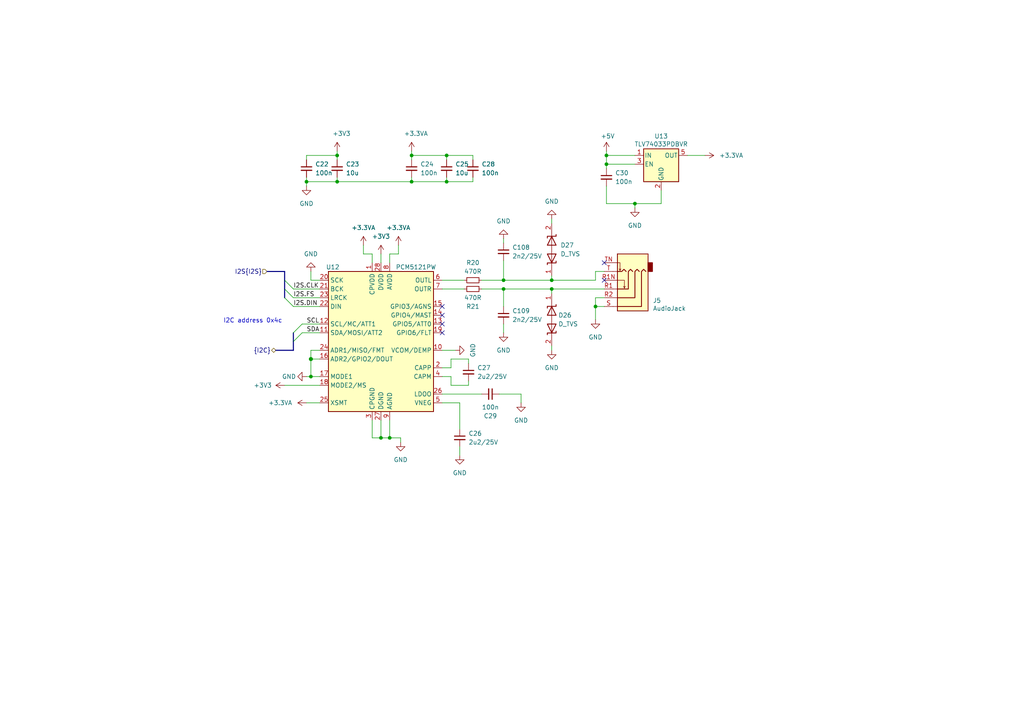
<source format=kicad_sch>
(kicad_sch (version 20211123) (generator eeschema)
  (paper "A4")
  (title_block (title "Audio") (date "2022-08-29") (rev "1.3") (company "Nabu Casa") (comment 1 "www.nabucasa.com") (comment 2 "Yellow"))
  (lib_symbols
    (symbol "Audio:PCM5121PW"
      (property "Reference" "U" (at -13.97 21.59 0))
      (property "Value" "PCM5121PW" (at 10.16 21.59 0))
      (symbol "PCM5121PW_0_1"
        (rectangle (start -15.24 20.32) (end 15.24 -20.32) (stroke (width 0.254)) (fill (type background)))
      )
      (symbol "PCM5121PW_1_1"
        (pin power_in line (at -2.54 22.86 270) (length 2.54) (name "CPVDD") (number "1"))
        (pin bidirectional line (at 17.78 -2.54 180) (length 2.54) (name "VCOM/DEMP") (number "10"))
        (pin bidirectional line (at -17.78 2.54 0) (length 2.54) (name "SDA/MOSI/ATT2") (number "11"))
        (pin input line (at -17.78 5.08 0) (length 2.54) (name "SCL/MC/ATT1") (number "12"))
        (pin bidirectional line (at 17.78 5.08 180) (length 2.54) (name "GPIO5/ATT0") (number "13"))
        (pin bidirectional line (at 17.78 7.62 180) (length 2.54) (name "GPIO4/MAST") (number "14"))
        (pin bidirectional line (at 17.78 10.16 180) (length 2.54) (name "GPIO3/AGNS") (number "15"))
        (pin bidirectional line (at -17.78 -5.08 0) (length 2.54) (name "ADR2/GPIO2/DOUT") (number "16"))
        (pin input line (at -17.78 -10.16 0) (length 2.54) (name "MODE1") (number "17"))
        (pin input line (at -17.78 -12.7 0) (length 2.54) (name "MODE2/MS") (number "18"))
        (pin bidirectional line (at 17.78 2.54 180) (length 2.54) (name "GPIO6/FLT") (number "19"))
        (pin passive line (at 17.78 -7.62 180) (length 2.54) (name "CAPP") (number "2"))
        (pin input line (at -17.78 17.78 0) (length 2.54) (name "SCK") (number "20"))
        (pin bidirectional line (at -17.78 15.24 0) (length 2.54) (name "BCK") (number "21"))
        (pin input line (at -17.78 10.16 0) (length 2.54) (name "DIN") (number "22"))
        (pin bidirectional line (at -17.78 12.7 0) (length 2.54) (name "LRCK") (number "23"))
        (pin bidirectional line (at -17.78 -2.54 0) (length 2.54) (name "ADR1/MISO/FMT") (number "24"))
        (pin input line (at -17.78 -17.78 0) (length 2.54) (name "XSMT") (number "25"))
        (pin passive line (at 17.78 -15.24 180) (length 2.54) (name "LDOO") (number "26"))
        (pin power_in line (at 0 -22.86 90) (length 2.54) (name "DGND") (number "27"))
        (pin power_in line (at 0 22.86 270) (length 2.54) (name "DVDD") (number "28"))
        (pin power_in line (at -2.54 -22.86 90) (length 2.54) (name "CPGND") (number "3"))
        (pin passive line (at 17.78 -10.16 180) (length 2.54) (name "CAPM") (number "4"))
        (pin passive line (at 17.78 -17.78 180) (length 2.54) (name "VNEG") (number "5"))
        (pin output line (at 17.78 17.78 180) (length 2.54) (name "OUTL") (number "6"))
        (pin output line (at 17.78 15.24 180) (length 2.54) (name "OUTR") (number "7"))
        (pin power_in line (at 2.54 22.86 270) (length 2.54) (name "AVDD") (number "8"))
        (pin power_in line (at 2.54 -22.86 90) (length 2.54) (name "AGND") (number "9"))
      )
    )
    (symbol "Connector:AudioJack4_SwitchTR1"
      (property "Reference" "J" (at 0 11.43 0))
      (property "Value" "AudioJack4_SwitchTR1" (at 0 8.89 0))
      (symbol "AudioJack4_SwitchTR1_0_1"
        (rectangle (start -7.62 -5.08) (end -8.89 -7.62) (stroke (width 0.254)) (fill (type outline)))
        (polyline (pts (xy 1.27 -5.08) (xy 2.54 -5.08)))
        (polyline (pts (xy 1.27 2.54) (xy 2.54 2.54)))
        (polyline (pts (xy 2.54 0) (xy 1.27 0)))
        (polyline (pts (xy 2.54 5.08) (xy 1.27 5.08)))
        (rectangle (start 1.27 6.35) (end -7.62 -10.16) (stroke (width 0.254)) (fill (type background)))
      )
      (symbol "AudioJack4_SwitchTR1_1_1"
        (polyline (pts (xy -0.762 -0.254) (xy -0.508 -0.762)))
        (polyline (pts (xy 0.508 -5.334) (xy 0.762 -5.842)))
        (polyline (pts (xy -1.27 -5.08) (xy -0.635 -5.715) (xy 0 -5.08) (xy 1.27 -5.08)) (stroke (width 0.254)))
        (polyline (pts (xy 2.54 -7.62) (xy 0.508 -7.62) (xy 0.508 -5.334) (xy 0.254 -5.842)))
        (polyline (pts (xy 2.54 -2.54) (xy -0.762 -2.54) (xy -0.762 -0.254) (xy -1.016 -0.762)))
        (polyline (pts (xy -3.175 -5.08) (xy -2.54 -5.715) (xy -1.905 -5.08) (xy -1.905 0) (xy 1.27 0)) (stroke (width 0.254)))
        (polyline (pts (xy 1.27 2.54) (xy -3.81 2.54) (xy -3.81 -5.08) (xy -4.445 -5.715) (xy -5.08 -5.08)) (stroke (width 0.254)))
        (polyline (pts (xy 1.27 5.08) (xy -5.715 5.08) (xy -5.715 -5.08) (xy -6.35 -5.715) (xy -6.985 -5.08)) (stroke (width 0.254)))
        (pin passive line (at 5.08 0 180) (length 2.54) (name "~") (number "R1"))
        (pin passive line (at 5.08 -2.54 180) (length 2.54) (name "~") (number "R1N"))
        (pin passive line (at 5.08 2.54 180) (length 2.54) (name "~") (number "R2"))
        (pin passive line (at 5.08 5.08 180) (length 2.54) (name "~") (number "S"))
        (pin passive line (at 5.08 -5.08 180) (length 2.54) (name "~") (number "T"))
        (pin passive line (at 5.08 -7.62 180) (length 2.54) (name "~") (number "TN"))
      )
    )
    (symbol "Device:C_Small" (pin_numbers hide) (pin_names (offset 0.254) hide)
      (property "Reference" "C" (at 0.254 1.778 0))
      (property "Value" "C_Small" (at 0.254 -2.032 0))
      (symbol "C_Small_0_1"
        (polyline (pts (xy -1.524 -0.508) (xy 1.524 -0.508)) (stroke (width 0.3302)))
        (polyline (pts (xy -1.524 0.508) (xy 1.524 0.508)) (stroke (width 0.3048)))
      )
      (symbol "C_Small_1_1"
        (pin passive line (at 0 2.54 270) (length 2.032) (name "~") (number "1"))
        (pin passive line (at 0 -2.54 90) (length 2.032) (name "~") (number "2"))
      )
    )
    (symbol "Device:R_Small" (pin_numbers hide) (pin_names (offset 0.254) hide)
      (property "Reference" "R" (at 0.762 0.508 0))
      (property "Value" "R_Small" (at 0.762 -1.016 0))
      (symbol "R_Small_0_1"
        (rectangle (start -0.762 1.778) (end 0.762 -1.778) (stroke (width 0.2032)))
      )
      (symbol "R_Small_1_1"
        (pin passive line (at 0 2.54 270) (length 0.762) (name "~") (number "1"))
        (pin passive line (at 0 -2.54 90) (length 0.762) (name "~") (number "2"))
      )
    )
    (symbol "Regulator_Linear:TLV73333PDBV" (pin_names (offset 0.254))
      (property "Reference" "U" (at -3.81 5.715 0))
      (property "Value" "TLV73333PDBV" (at 0 5.715 0))
      (symbol "TLV73333PDBV_0_1"
        (rectangle (start -5.08 4.445) (end 5.08 -5.08) (stroke (width 0.254)) (fill (type background)))
      )
      (symbol "TLV73333PDBV_1_1"
        (pin power_in line (at -7.62 2.54 0) (length 2.54) (name "IN") (number "1"))
        (pin power_in line (at 0 -7.62 90) (length 2.54) (name "GND") (number "2"))
        (pin input line (at -7.62 0 0) (length 2.54) (name "EN") (number "3"))
        (pin no_connect line (at 5.08 0 180) (length 2.54) hide (name "NC") (number "4"))
        (pin power_out line (at 7.62 2.54 180) (length 2.54) (name "OUT") (number "5"))
      )
    )
    (symbol "Yellow:D_TVS_Reverse" (pin_names (offset 1.016) hide)
      (property "Reference" "D" (at 0 2.54 0))
      (property "Value" "D_TVS_Reverse" (at 0 -2.54 0))
      (symbol "D_TVS_Reverse_0_1"
        (polyline (pts (xy 5.08 0) (xy -5.08 0)))
        (polyline (pts (xy -4.3688 1.27) (xy -3.8608 1.27) (xy -3.8608 -1.27) (xy -3.3528 -1.27)) (stroke (width 0.254)))
        (polyline (pts (xy -3.81 0) (xy -1.27 1.27) (xy -1.27 -1.27) (xy -3.81 0)) (stroke (width 0.254)))
        (polyline (pts (xy 3.81 0) (xy 1.27 -1.27) (xy 1.27 1.27) (xy 3.81 0)) (stroke (width 0.254)))
        (polyline (pts (xy 4.3688 -1.27) (xy 3.8608 -1.27) (xy 3.8608 1.27) (xy 3.3528 1.27)) (stroke (width 0.254)))
      )
      (symbol "D_TVS_Reverse_1_1"
        (pin passive line (at -7.62 0 0) (length 2.54) (name "A1") (number "1"))
        (pin passive line (at 7.62 0 180) (length 2.54) (name "A2") (number "2"))
      )
    )
    (symbol "power:+3.3V" (power) (pin_names (offset 0))
      (property "Value" "+3.3V" (at 0 3.556 0))
      (symbol "+3.3V_0_1"
        (polyline (pts (xy -0.762 1.27) (xy 0 2.54)))
        (polyline (pts (xy 0 0) (xy 0 2.54)))
        (polyline (pts (xy 0 2.54) (xy 0.762 1.27)))
      )
      (symbol "+3.3V_1_1"
        (pin power_in line (at 0 0 90) (length 0) hide (name "+3V3") (number "1"))
      )
    )
    (symbol "power:+3.3VA" (power) (pin_names (offset 0))
      (property "Value" "+3.3VA" (at 0 3.556 0))
      (symbol "+3.3VA_0_1"
        (polyline (pts (xy -0.762 1.27) (xy 0 2.54)))
        (polyline (pts (xy 0 0) (xy 0 2.54)))
        (polyline (pts (xy 0 2.54) (xy 0.762 1.27)))
      )
      (symbol "+3.3VA_1_1"
        (pin power_in line (at 0 0 90) (length 0) hide (name "+3.3VA") (number "1"))
      )
    )
    (symbol "power:+5V" (power) (pin_names (offset 0))
      (property "Value" "+5V" (at 0 3.556 0))
      (symbol "+5V_0_1"
        (polyline (pts (xy -0.762 1.27) (xy 0 2.54)))
        (polyline (pts (xy 0 0) (xy 0 2.54)))
        (polyline (pts (xy 0 2.54) (xy 0.762 1.27)))
      )
      (symbol "+5V_1_1"
        (pin power_in line (at 0 0 90) (length 0) hide (name "+5V") (number "1"))
      )
    )
    (symbol "power:GND" (power) (pin_names (offset 0))
      (property "Value" "GND" (at 0 -3.81 0))
      (symbol "GND_0_1"
        (polyline (pts (xy 0 0) (xy 0 -1.27) (xy 1.27 -1.27) (xy 0 -2.54) (xy -1.27 -1.27) (xy 0 -1.27)))
      )
      (symbol "GND_1_1"
        (pin power_in line (at 0 0 270) (length 0) hide (name "GND") (number "1"))
      )
    )
  )
  (bus_alias "I2S" (members "CLK" "FS" "DIN"))
  (junction (at 146.05 81.28) (diameter 0.9144))
  (junction (at 110.49 127) (diameter 0.9144))
  (junction (at 175.895 45.085) (diameter 0.9144))
  (junction (at 129.54 45.085) (diameter 0.9144))
  (junction (at 160.02 83.82) (diameter 0.9144))
  (junction (at 90.17 104.14) (diameter 1.016))
  (junction (at 113.03 127) (diameter 0.9144))
  (junction (at 119.38 45.085) (diameter 0.9144))
  (junction (at 97.79 52.705) (diameter 0.9144))
  (junction (at 88.9 52.705) (diameter 0.9144))
  (junction (at 97.79 45.085) (diameter 0.9144))
  (junction (at 146.05 83.82) (diameter 0.9144))
  (junction (at 90.17 109.22) (diameter 0.9144))
  (junction (at 119.38 52.705) (diameter 0.9144))
  (junction (at 160.02 81.28) (diameter 0.9144))
  (junction (at 129.54 52.705) (diameter 0.9144))
  (junction (at 172.72 88.9) (diameter 0.9144))
  (junction (at 184.15 59.055) (diameter 0.9144))
  (junction (at 175.895 47.625) (diameter 0.9144))
  (no_connect (at 128.27 93.98))
  (no_connect (at 128.27 91.44))
  (no_connect (at 128.27 88.9))
  (no_connect (at 128.27 96.52))
  (no_connect (at 175.26 76.2))
  (no_connect (at 175.26 81.28))
  (bus_entry (at 82.55 86.36) (size 2.54 2.54) (stroke (width 0.1524)))
  (bus_entry (at 85.09 99.06) (size 2.54 -2.54) (stroke (width 0.1524)))
  (bus_entry (at 82.55 81.28) (size 2.54 2.54) (stroke (width 0.1524)))
  (bus_entry (at 82.55 83.82) (size 2.54 2.54) (stroke (width 0.1524)))
  (bus_entry (at 85.09 96.52) (size 2.54 -2.54) (stroke (width 0.1524)))
  (wire (pts (xy 97.79 45.085) (xy 97.79 46.355)))
  (wire (pts (xy 92.71 101.6) (xy 90.17 101.6)))
  (wire (pts (xy 133.35 116.84) (xy 133.35 124.46)))
  (wire (pts (xy 160.02 81.28) (xy 172.72 81.28)))
  (wire (pts (xy 172.72 81.28) (xy 172.72 78.74)))
  (wire (pts (xy 172.72 78.74) (xy 175.26 78.74)))
  (wire (pts (xy 160.02 83.82) (xy 160.02 85.09)))
  (bus (pts (xy 82.55 78.74) (xy 82.55 81.28)))
  (bus (pts (xy 82.55 81.28) (xy 82.55 83.82)))
  (bus (pts (xy 82.55 83.82) (xy 82.55 86.36)))
  (wire (pts (xy 146.05 75.565) (xy 146.05 81.28)))
  (bus (pts (xy 80.01 101.6) (xy 85.09 101.6)))
  (wire (pts (xy 107.95 76.2) (xy 107.95 73.66)))
  (wire (pts (xy 130.81 109.22) (xy 130.81 111.76)))
  (wire (pts (xy 175.895 47.625) (xy 184.15 47.625)))
  (wire (pts (xy 139.7 83.82) (xy 146.05 83.82)))
  (wire (pts (xy 175.895 53.975) (xy 175.895 59.055)))
  (wire (pts (xy 107.95 121.92) (xy 107.95 127)))
  (wire (pts (xy 113.03 127) (xy 116.205 127)))
  (wire (pts (xy 116.205 127) (xy 116.205 128.27)))
  (wire (pts (xy 160.02 80.01) (xy 160.02 81.28)))
  (wire (pts (xy 130.81 104.14) (xy 135.89 104.14)))
  (wire (pts (xy 172.72 86.36) (xy 172.72 88.9)))
  (wire (pts (xy 175.26 86.36) (xy 172.72 86.36)))
  (wire (pts (xy 133.35 129.54) (xy 133.35 132.08)))
  (wire (pts (xy 88.9 109.22) (xy 90.17 109.22)))
  (wire (pts (xy 137.16 51.435) (xy 137.16 52.705)))
  (wire (pts (xy 137.16 46.355) (xy 137.16 45.085)))
  (wire (pts (xy 88.9 45.085) (xy 97.79 45.085)))
  (wire (pts (xy 88.9 46.355) (xy 88.9 45.085)))
  (wire (pts (xy 130.81 111.76) (xy 135.89 111.76)))
  (wire (pts (xy 146.05 83.82) (xy 146.05 88.9)))
  (wire (pts (xy 175.895 43.815) (xy 175.895 45.085)))
  (wire (pts (xy 90.17 78.74) (xy 90.17 81.28)))
  (wire (pts (xy 199.39 45.085) (xy 204.47 45.085)))
  (wire (pts (xy 160.02 100.33) (xy 160.02 101.6)))
  (wire (pts (xy 87.63 96.52) (xy 92.71 96.52)))
  (wire (pts (xy 146.05 93.98) (xy 146.05 96.52)))
  (wire (pts (xy 146.05 69.215) (xy 146.05 70.485)))
  (wire (pts (xy 128.27 81.28) (xy 134.62 81.28)))
  (wire (pts (xy 175.895 47.625) (xy 175.895 48.895)))
  (wire (pts (xy 87.63 93.98) (xy 92.71 93.98)))
  (wire (pts (xy 92.71 104.14) (xy 90.17 104.14)))
  (wire (pts (xy 85.09 86.36) (xy 92.71 86.36)))
  (wire (pts (xy 90.17 104.14) (xy 90.17 109.22)))
  (wire (pts (xy 137.16 45.085) (xy 129.54 45.085)))
  (wire (pts (xy 107.95 73.66) (xy 105.41 73.66)))
  (wire (pts (xy 88.9 52.705) (xy 88.9 53.975)))
  (wire (pts (xy 146.05 81.28) (xy 160.02 81.28)))
  (wire (pts (xy 110.49 121.92) (xy 110.49 127)))
  (wire (pts (xy 129.54 45.085) (xy 129.54 46.355)))
  (wire (pts (xy 85.09 83.82) (xy 92.71 83.82)))
  (wire (pts (xy 97.79 51.435) (xy 97.79 52.705)))
  (wire (pts (xy 92.71 81.28) (xy 90.17 81.28)))
  (wire (pts (xy 88.9 51.435) (xy 88.9 52.705)))
  (wire (pts (xy 130.81 106.68) (xy 130.81 104.14)))
  (wire (pts (xy 172.72 88.9) (xy 172.72 92.71)))
  (wire (pts (xy 175.26 88.9) (xy 172.72 88.9)))
  (wire (pts (xy 128.27 83.82) (xy 134.62 83.82)))
  (wire (pts (xy 97.79 52.705) (xy 119.38 52.705)))
  (wire (pts (xy 129.54 52.705) (xy 129.54 51.435)))
  (wire (pts (xy 184.15 59.055) (xy 191.77 59.055)))
  (wire (pts (xy 175.895 45.085) (xy 184.15 45.085)))
  (wire (pts (xy 128.27 109.22) (xy 130.81 109.22)))
  (wire (pts (xy 128.27 114.3) (xy 139.7 114.3)))
  (wire (pts (xy 82.55 111.76) (xy 92.71 111.76)))
  (wire (pts (xy 129.54 52.705) (xy 137.16 52.705)))
  (bus (pts (xy 77.47 78.74) (xy 82.55 78.74)))
  (wire (pts (xy 128.27 116.84) (xy 133.35 116.84)))
  (wire (pts (xy 128.27 101.6) (xy 132.08 101.6)))
  (wire (pts (xy 119.38 45.085) (xy 119.38 46.355)))
  (wire (pts (xy 119.38 45.085) (xy 129.54 45.085)))
  (wire (pts (xy 115.57 73.66) (xy 115.57 71.12)))
  (wire (pts (xy 113.03 73.66) (xy 115.57 73.66)))
  (wire (pts (xy 191.77 59.055) (xy 191.77 55.245)))
  (wire (pts (xy 160.02 63.5) (xy 160.02 64.77)))
  (wire (pts (xy 139.7 81.28) (xy 146.05 81.28)))
  (wire (pts (xy 105.41 73.66) (xy 105.41 71.12)))
  (wire (pts (xy 92.71 109.22) (xy 90.17 109.22)))
  (wire (pts (xy 135.89 111.76) (xy 135.89 110.49)))
  (wire (pts (xy 88.9 116.84) (xy 92.71 116.84)))
  (wire (pts (xy 175.895 45.085) (xy 175.895 47.625)))
  (wire (pts (xy 113.03 76.2) (xy 113.03 73.66)))
  (wire (pts (xy 119.38 51.435) (xy 119.38 52.705)))
  (wire (pts (xy 175.895 59.055) (xy 184.15 59.055)))
  (wire (pts (xy 97.79 43.815) (xy 97.79 45.085)))
  (wire (pts (xy 135.89 104.14) (xy 135.89 105.41)))
  (wire (pts (xy 144.78 114.3) (xy 151.13 114.3)))
  (wire (pts (xy 184.15 59.055) (xy 184.15 60.325)))
  (wire (pts (xy 113.03 121.92) (xy 113.03 127)))
  (wire (pts (xy 119.38 43.815) (xy 119.38 45.085)))
  (wire (pts (xy 160.02 83.82) (xy 175.26 83.82)))
  (wire (pts (xy 146.05 83.82) (xy 160.02 83.82)))
  (wire (pts (xy 107.95 127) (xy 110.49 127)))
  (wire (pts (xy 110.49 127) (xy 113.03 127)))
  (wire (pts (xy 85.09 88.9) (xy 92.71 88.9)))
  (wire (pts (xy 119.38 52.705) (xy 129.54 52.705)))
  (wire (pts (xy 110.49 76.2) (xy 110.49 73.66)))
  (wire (pts (xy 90.17 101.6) (xy 90.17 104.14)))
  (bus (pts (xy 85.09 99.06) (xy 85.09 101.6)))
  (bus (pts (xy 85.09 96.52) (xy 85.09 99.06)))
  (wire (pts (xy 151.13 114.3) (xy 151.13 116.84)))
  (wire (pts (xy 88.9 52.705) (xy 97.79 52.705)))
  (wire (pts (xy 128.27 106.68) (xy 130.81 106.68)))
  (text "I2C address 0x4c" (at 64.77 93.853 0) (effects (font (size 1.27 1.27)) (justify left bottom)))
  (label "SDA" (at 88.9 96.52 0))
  (label "SCL" (at 88.9 93.98 0))
  (label "I2S.CLK" (at 85.09 83.82 0))
  (label "I2S.DIN" (at 85.09 88.9 0))
  (label "I2S.FS" (at 85.09 86.36 0))
  (hierarchical_label "I2S{I2S}" (shape input) (at 77.47 78.74 180))
  (hierarchical_label "{I2C}" (shape bidirectional) (at 80.01 101.6 180))
  (symbol (lib_id "Device:C_Small") (at 137.16 48.895 0) (unit 1)
    (property "Reference" "C28" (at 139.7 47.625 0) (effects (justify left)))
    (property "Value" "100n" (at 139.7 50.165 0) (effects (justify left)))
    (property "Footprint" "Capacitor_SMD:C_0402_1005Metric" (effects hide))
    (property "Config" "+Audio" (effects hide))
  )
  (symbol (lib_id "Device:C_Small") (at 142.24 114.3 270) (unit 1)
    (property "Reference" "C29" (at 142.24 120.65 90))
    (property "Value" "100n" (at 142.24 118.11 90))
    (property "Footprint" "Capacitor_SMD:C_0402_1005Metric" (effects hide))
    (property "Config" "+Audio" (effects hide))
  )
  (symbol (lib_id "Device:C_Small") (at 119.38 48.895 0) (unit 1)
    (property "Reference" "C24" (at 121.92 47.625 0) (effects (justify left)))
    (property "Value" "100n" (at 121.92 50.165 0) (effects (justify left)))
    (property "Footprint" "Capacitor_SMD:C_0402_1005Metric" (effects hide))
    (property "Config" "+Audio" (effects hide))
  )
  (symbol (lib_id "power:GND") (at 132.08 101.6 90) (unit 1)
    (property "Reference" "#PWR0180" (effects hide))
    (property "Value" "GND" (at 137.16 101.6 0))
  )
  (symbol (lib_id "Device:C_Small") (at 146.05 73.025 0) (unit 1)
    (property "Reference" "C108" (at 148.59 71.755 0) (effects (justify left)))
    (property "Value" "2n2/25V" (at 148.59 74.295 0) (effects (justify left)))
    (property "Footprint" "Capacitor_SMD:C_0402_1005Metric" (effects hide))
    (property "Config" "+Audio" (effects hide))
  )
  (symbol (lib_id "Audio:PCM5121PW") (at 110.49 99.06 0) (unit 1)
    (property "Reference" "U12" (at 96.52 77.47 0))
    (property "Value" "PCM5121PW" (at 120.65 77.47 0))
    (property "Footprint" "Package_SO:TSSOP-28_4.4x9.7mm_P0.65mm" (effects hide))
    (property "Datasheet" "http://www.ti.com/lit/ds/symlink/pcm5121.pdf" (effects hide))
    (property "Manufacturer" "Texas Instruments" (effects hide))
    (property "PartNumber" "PCM5121PWR" (effects hide))
    (property "Config" "+Audio" (effects hide))
  )
  (symbol (lib_id "Device:R_Small") (at 137.16 83.82 90) (unit 1)
    (property "Reference" "R21" (at 137.16 88.9 90))
    (property "Value" "470R" (at 137.16 86.36 90))
    (property "Footprint" "Resistor_SMD:R_0402_1005Metric" (effects hide))
    (property "Config" "+Audio" (effects hide))
  )
  (symbol (lib_id "power:GND") (at 160.02 101.6 0) (unit 1)
    (property "Reference" "#PWR0198" (effects hide))
    (property "Value" "GND" (at 160.02 106.68 0))
  )
  (symbol (lib_id "power:GND") (at 146.05 96.52 0) (unit 1)
    (property "Reference" "#PWR0181" (effects hide))
    (property "Value" "GND" (at 146.05 101.6 0))
  )
  (symbol (lib_id "power:+3.3VA") (at 204.47 45.085 270) (unit 1)
    (property "Reference" "#PWR083" (effects hide))
    (property "Value" "+3.3VA" (at 212.09 45.085 90))
  )
  (symbol (lib_id "Connector:AudioJack4_SwitchTR1") (at 180.34 83.82 180) (unit 1)
    (property "Reference" "J5" (at 189.3571 87.1664 0) (effects (justify right)))
    (property "Value" "AudioJack" (at 189.357 89.465 0) (effects (justify right)))
    (property "Footprint" "Yellow:Jack_3.5mm_XKB_PJ-3270_Horizontal" (effects hide))
    (property "Datasheet" "https://datasheet.lcsc.com/lcsc/2002271813_XKB-Connectivity-PJ-3270_C381134.pdf" (effects hide))
    (property "Manufacturer" "XKB Connectivity" (effects hide))
    (property "PartNumber" "PJ-3270" (effects hide))
    (property "Config" "+Audio" (effects hide))
  )
  (symbol (lib_id "power:+3.3VA") (at 115.57 71.12 0) (unit 1)
    (property "Reference" "#PWR074" (effects hide))
    (property "Value" "+3.3VA" (at 115.57 66.04 0))
  )
  (symbol (lib_id "power:GND") (at 146.05 69.215 180) (unit 1)
    (property "Reference" "#PWR0217" (effects hide))
    (property "Value" "GND" (at 146.05 64.135 0))
  )
  (symbol (lib_id "Device:R_Small") (at 137.16 81.28 90) (unit 1)
    (property "Reference" "R20" (at 137.16 76.2 90))
    (property "Value" "470R" (at 137.16 78.74 90))
    (property "Footprint" "Resistor_SMD:R_0402_1005Metric" (effects hide))
    (property "Config" "+Audio" (effects hide))
  )
  (symbol (lib_id "power:GND") (at 88.9 109.22 270) (unit 1)
    (property "Reference" "#PWR065" (effects hide))
    (property "Value" "GND" (at 83.82 109.22 90))
  )
  (symbol (lib_id "power:GND") (at 160.02 63.5 180) (unit 1)
    (property "Reference" "#PWR0200" (effects hide))
    (property "Value" "GND" (at 160.02 58.42 0))
  )
  (symbol (lib_id "Device:C_Small") (at 97.79 48.895 0) (unit 1)
    (property "Reference" "C23" (at 100.33 47.625 0) (effects (justify left)))
    (property "Value" "10u" (at 100.33 50.165 0) (effects (justify left)))
    (property "Footprint" "Capacitor_SMD:C_0805_2012Metric" (effects hide))
    (property "Config" "+Audio" (effects hide))
  )
  (symbol (lib_id "Device:C_Small") (at 129.54 48.895 0) (unit 1)
    (property "Reference" "C25" (at 132.08 47.625 0) (effects (justify left)))
    (property "Value" "10u" (at 132.08 50.165 0) (effects (justify left)))
    (property "Footprint" "Capacitor_SMD:C_0805_2012Metric" (effects hide))
    (property "Config" "+Audio" (effects hide))
  )
  (symbol (lib_id "Device:C_Small") (at 146.05 91.44 0) (unit 1)
    (property "Reference" "C109" (at 148.59 90.1699 0) (effects (justify left)))
    (property "Value" "2n2/25V" (at 148.59 92.7099 0) (effects (justify left)))
    (property "Footprint" "Capacitor_SMD:C_0402_1005Metric" (effects hide))
    (property "Config" "+Audio" (effects hide))
  )
  (symbol (lib_id "power:+3.3V") (at 110.49 73.66 0) (unit 1)
    (property "Reference" "#PWR071" (effects hide))
    (property "Value" "+3.3V" (at 110.49 68.58 0))
  )
  (symbol (lib_id "power:GND") (at 90.17 78.74 180) (unit 1)
    (property "Reference" "#PWR067" (effects hide))
    (property "Value" "GND" (at 90.17 73.66 0))
  )
  (symbol (lib_id "Regulator_Linear:TLV73333PDBV") (at 191.77 47.625 0) (unit 1)
    (property "Reference" "U13" (at 191.77 39.5032 0))
    (property "Value" "TLV74033PDBVR" (at 191.77 41.8019 0))
    (property "Footprint" "Package_TO_SOT_SMD:SOT-23-5" (effects hide))
    (property "Datasheet" "https://media.digikey.com/pdf/Data%20Sheets/TDK%20PDFs/TLV740P_DS.pdf" (effects hide))
    (property "Manufacturer" "Texas Instruments" (effects hide))
    (property "PartNumber" "TLV74033PDBVR" (effects hide))
    (property "Config" "+Audio" (effects hide))
  )
  (symbol (lib_id "power:GND") (at 88.9 53.975 0) (unit 1)
    (property "Reference" "#PWR064" (effects hide))
    (property "Value" "GND" (at 88.9 59.055 0))
  )
  (symbol (lib_id "Device:C_Small") (at 175.895 51.435 0) (unit 1)
    (property "Reference" "C30" (at 178.435 50.165 0) (effects (justify left)))
    (property "Value" "100n" (at 178.435 52.705 0) (effects (justify left)))
    (property "Footprint" "Capacitor_SMD:C_0402_1005Metric" (effects hide))
  )
  (symbol (lib_id "power:GND") (at 151.13 116.84 0) (unit 1)
    (property "Reference" "#PWR0184" (effects hide))
    (property "Value" "GND" (at 151.13 121.92 0))
  )
  (symbol (lib_id "power:+5V") (at 175.895 43.815 0) (unit 1)
    (property "Reference" "#PWR081" (effects hide))
    (property "Value" "+5V" (at 176.2633 39.4906 0))
  )
  (symbol (lib_id "power:GND") (at 133.35 132.08 0) (unit 1)
    (property "Reference" "#PWR0185" (effects hide))
    (property "Value" "GND" (at 133.35 137.16 0))
  )
  (symbol (lib_id "Device:C_Small") (at 133.35 127 0) (mirror y) (unit 1)
    (property "Reference" "C26" (at 135.89 125.73 0) (effects (justify right)))
    (property "Value" "2u2/25V" (at 135.89 128.27 0) (effects (justify right)))
    (property "Footprint" "Capacitor_SMD:C_0805_2012Metric" (effects hide))
    (property "Config" "+Audio" (effects hide))
  )
  (symbol (lib_id "Device:C_Small") (at 88.9 48.895 0) (unit 1)
    (property "Reference" "C22" (at 91.44 47.625 0) (effects (justify left)))
    (property "Value" "100n" (at 91.44 50.165 0) (effects (justify left)))
    (property "Footprint" "Capacitor_SMD:C_0402_1005Metric" (effects hide))
    (property "Config" "+Audio" (effects hide))
  )
  (symbol (lib_id "Yellow:D_TVS_Reverse") (at 160.02 72.39 90) (unit 1)
    (property "Reference" "D27" (at 162.56 71.1199 90) (effects (justify right)))
    (property "Value" "D_TVS" (at 162.56 73.6599 90) (effects (justify right)))
    (property "Footprint" "Diode_SMD:D_0402_1005Metric" (effects hide))
    (property "Manufacturer" "Texas Instruments" (effects hide))
    (property "PartNumber" "TPD1E10B09QDPYRQ1" (effects hide))
    (property "Config" "+Audio" (effects hide))
  )
  (symbol (lib_id "power:+3.3V") (at 97.79 43.815 0) (unit 1)
    (property "Reference" "#PWR068" (effects hide))
    (property "Value" "+3.3V" (at 99.06 38.735 0))
  )
  (symbol (lib_id "power:+3.3VA") (at 119.38 43.815 0) (unit 1)
    (property "Reference" "#PWR075" (effects hide))
    (property "Value" "+3.3VA" (at 120.65 38.735 0))
  )
  (symbol (lib_id "power:+3.3VA") (at 88.9 116.84 90) (unit 1)
    (property "Reference" "#PWR066" (effects hide))
    (property "Value" "+3.3VA" (at 81.28 116.84 90))
  )
  (symbol (lib_id "power:+3.3VA") (at 105.41 71.12 0) (unit 1)
    (property "Reference" "#PWR069" (effects hide))
    (property "Value" "+3.3VA" (at 105.41 66.04 0))
  )
  (symbol (lib_id "Yellow:D_TVS_Reverse") (at 160.02 92.71 270) (unit 1)
    (property "Reference" "D26" (at 161.925 91.4399 90) (effects (justify left)))
    (property "Value" "D_TVS" (at 161.925 93.9799 90) (effects (justify left)))
    (property "Footprint" "Diode_SMD:D_0402_1005Metric" (effects hide))
    (property "Manufacturer" "Texas Instruments" (effects hide))
    (property "PartNumber" "TPD1E10B09QDPYRQ1" (effects hide))
    (property "Config" "+Audio" (effects hide))
  )
  (symbol (lib_id "power:GND") (at 116.205 128.27 0) (unit 1)
    (property "Reference" "#PWR072" (effects hide))
    (property "Value" "GND" (at 116.205 133.35 0))
  )
  (symbol (lib_id "power:GND") (at 172.72 92.71 0) (unit 1)
    (property "Reference" "#PWR0197" (effects hide))
    (property "Value" "GND" (at 172.72 97.79 0))
  )
  (symbol (lib_id "Device:C_Small") (at 135.89 107.95 0) (unit 1)
    (property "Reference" "C27" (at 138.43 106.68 0) (effects (justify left)))
    (property "Value" "2u2/25V" (at 138.43 109.22 0) (effects (justify left)))
    (property "Footprint" "Capacitor_SMD:C_0805_2012Metric" (effects hide))
    (property "Config" "+Audio" (effects hide))
  )
  (symbol (lib_id "power:+3.3V") (at 82.55 111.76 90) (unit 1)
    (property "Reference" "#PWR063" (effects hide))
    (property "Value" "+3.3V" (at 76.2 111.76 90))
  )
  (symbol (lib_id "power:GND") (at 184.15 60.325 0) (unit 1)
    (property "Reference" "#PWR0216" (effects hide))
    (property "Value" "GND" (at 184.15 65.405 0))
  )
)
</source>
